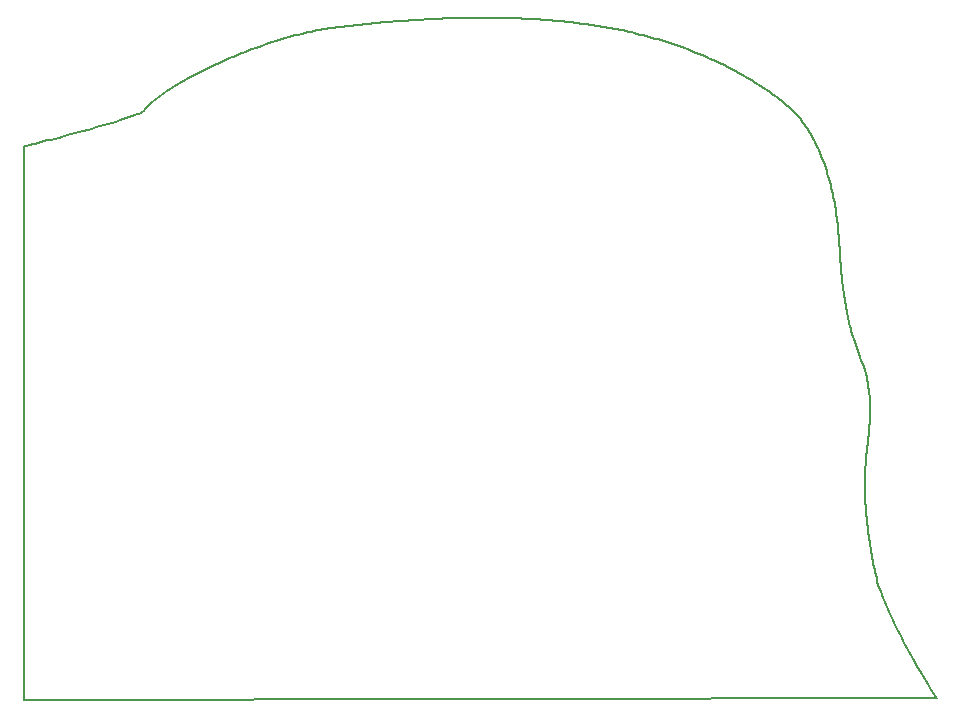
<source format=gbr>
%TF.GenerationSoftware,KiCad,Pcbnew,5.1.6-c6e7f7d~87~ubuntu19.10.1*%
%TF.CreationDate,2020-12-09T03:37:03-08:00*%
%TF.ProjectId,robocrob,726f626f-6372-46f6-922e-6b696361645f,rev?*%
%TF.SameCoordinates,Original*%
%TF.FileFunction,Profile,NP*%
%FSLAX46Y46*%
G04 Gerber Fmt 4.6, Leading zero omitted, Abs format (unit mm)*
G04 Created by KiCad (PCBNEW 5.1.6-c6e7f7d~87~ubuntu19.10.1) date 2020-12-09 03:37:03*
%MOMM*%
%LPD*%
G01*
G04 APERTURE LIST*
%TA.AperFunction,Profile*%
%ADD10C,0.169000*%
%TD*%
G04 APERTURE END LIST*
D10*
%TO.C,svg2mod*%
X14067260Y-23935152D02*
X14084078Y-23931018D01*
X14084078Y-23931018D02*
X14133453Y-23918852D01*
X14133453Y-23918852D02*
X14213768Y-23899001D01*
X14213768Y-23899001D02*
X14323402Y-23871818D01*
X14323402Y-23871818D02*
X14460740Y-23837650D01*
X14460740Y-23837650D02*
X14624161Y-23796849D01*
X14624161Y-23796849D02*
X14812048Y-23749764D01*
X14812048Y-23749764D02*
X15022782Y-23696745D01*
X15022782Y-23696745D02*
X15254745Y-23638141D01*
X15254745Y-23638141D02*
X15506319Y-23574304D01*
X15506319Y-23574304D02*
X15775885Y-23505582D01*
X15775885Y-23505582D02*
X16061826Y-23432326D01*
X16061826Y-23432326D02*
X16362522Y-23354886D01*
X16362522Y-23354886D02*
X16676355Y-23273611D01*
X16676355Y-23273611D02*
X17001707Y-23188851D01*
X17001707Y-23188851D02*
X17336961Y-23100957D01*
X17336961Y-23100957D02*
X17680496Y-23010277D01*
X17680496Y-23010277D02*
X18030696Y-22917163D01*
X18030696Y-22917163D02*
X18385941Y-22821964D01*
X18385941Y-22821964D02*
X18744614Y-22725029D01*
X18744614Y-22725029D02*
X19105096Y-22626709D01*
X19105096Y-22626709D02*
X19465769Y-22527354D01*
X19465769Y-22527354D02*
X19825014Y-22427313D01*
X19825014Y-22427313D02*
X20181214Y-22326937D01*
X20181214Y-22326937D02*
X20532749Y-22226575D01*
X20532749Y-22226575D02*
X20878002Y-22126578D01*
X20878002Y-22126578D02*
X21215353Y-22027294D01*
X21215353Y-22027294D02*
X21543186Y-21929075D01*
X21543186Y-21929075D02*
X21859881Y-21832269D01*
X21859881Y-21832269D02*
X22163821Y-21737228D01*
X22163821Y-21737228D02*
X22453386Y-21644300D01*
X22453386Y-21644300D02*
X22726959Y-21553836D01*
X22726959Y-21553836D02*
X22982921Y-21466185D01*
X22982921Y-21466185D02*
X23219654Y-21381698D01*
X23219654Y-21381698D02*
X23435540Y-21300724D01*
X23435540Y-21300724D02*
X23628959Y-21223613D01*
X23628959Y-21223613D02*
X23798295Y-21150716D01*
X23798295Y-21150716D02*
X23941928Y-21082382D01*
X23941928Y-21082382D02*
X24058241Y-21018960D01*
X24058241Y-21018960D02*
X24145615Y-20960802D01*
X24145615Y-20960802D02*
X24202431Y-20908256D01*
X24202431Y-20908256D02*
X24298695Y-20795900D01*
X24298695Y-20795900D02*
X24403052Y-20681978D01*
X24403052Y-20681978D02*
X24515320Y-20566575D01*
X24515320Y-20566575D02*
X24635318Y-20449774D01*
X24635318Y-20449774D02*
X24762865Y-20331660D01*
X24762865Y-20331660D02*
X24897780Y-20212316D01*
X24897780Y-20212316D02*
X25039883Y-20091825D01*
X25039883Y-20091825D02*
X25188991Y-19970273D01*
X25188991Y-19970273D02*
X25344925Y-19847743D01*
X25344925Y-19847743D02*
X25507504Y-19724319D01*
X25507504Y-19724319D02*
X25676545Y-19600084D01*
X25676545Y-19600084D02*
X25851870Y-19475123D01*
X25851870Y-19475123D02*
X26033295Y-19349519D01*
X26033295Y-19349519D02*
X26220641Y-19223356D01*
X26220641Y-19223356D02*
X26413727Y-19096719D01*
X26413727Y-19096719D02*
X26612371Y-18969690D01*
X26612371Y-18969690D02*
X26816393Y-18842355D01*
X26816393Y-18842355D02*
X27025611Y-18714796D01*
X27025611Y-18714796D02*
X27239845Y-18587098D01*
X27239845Y-18587098D02*
X27458914Y-18459345D01*
X27458914Y-18459345D02*
X27682637Y-18331620D01*
X27682637Y-18331620D02*
X27910832Y-18204008D01*
X27910832Y-18204008D02*
X28143319Y-18076592D01*
X28143319Y-18076592D02*
X28379917Y-17949456D01*
X28379917Y-17949456D02*
X28620445Y-17822684D01*
X28620445Y-17822684D02*
X28864722Y-17696360D01*
X28864722Y-17696360D02*
X29112567Y-17570568D01*
X29112567Y-17570568D02*
X29363799Y-17445391D01*
X29363799Y-17445391D02*
X29618236Y-17320914D01*
X29618236Y-17320914D02*
X29875699Y-17197221D01*
X29875699Y-17197221D02*
X30136007Y-17074395D01*
X30136007Y-17074395D02*
X30398977Y-16952520D01*
X30398977Y-16952520D02*
X30664429Y-16831680D01*
X30664429Y-16831680D02*
X30932183Y-16711960D01*
X30932183Y-16711960D02*
X31202057Y-16593442D01*
X31202057Y-16593442D02*
X31473870Y-16476211D01*
X31473870Y-16476211D02*
X31747442Y-16360351D01*
X31747442Y-16360351D02*
X32022591Y-16245945D01*
X32022591Y-16245945D02*
X32299136Y-16133078D01*
X32299136Y-16133078D02*
X32576897Y-16021833D01*
X32576897Y-16021833D02*
X32855693Y-15912294D01*
X32855693Y-15912294D02*
X33135342Y-15804545D01*
X33135342Y-15804545D02*
X33415663Y-15698671D01*
X33415663Y-15698671D02*
X33696476Y-15594754D01*
X33696476Y-15594754D02*
X33977600Y-15492879D01*
X33977600Y-15492879D02*
X34258854Y-15393129D01*
X34258854Y-15393129D02*
X34540056Y-15295590D01*
X34540056Y-15295590D02*
X34821026Y-15200343D01*
X34821026Y-15200343D02*
X35101582Y-15107474D01*
X35101582Y-15107474D02*
X35381545Y-15017066D01*
X35381545Y-15017066D02*
X35660733Y-14929203D01*
X35660733Y-14929203D02*
X35938964Y-14843969D01*
X35938964Y-14843969D02*
X36216058Y-14761448D01*
X36216058Y-14761448D02*
X36491835Y-14681724D01*
X36491835Y-14681724D02*
X36766112Y-14604880D01*
X36766112Y-14604880D02*
X37038709Y-14531001D01*
X37038709Y-14531001D02*
X37309446Y-14460171D01*
X37309446Y-14460171D02*
X37578140Y-14392472D01*
X37578140Y-14392472D02*
X37844612Y-14327990D01*
X37844612Y-14327990D02*
X38108680Y-14266807D01*
X38108680Y-14266807D02*
X38370164Y-14209009D01*
X38370164Y-14209009D02*
X38628881Y-14154679D01*
X38628881Y-14154679D02*
X38884652Y-14103900D01*
X38884652Y-14103900D02*
X39137295Y-14056757D01*
X39137295Y-14056757D02*
X39386630Y-14013333D01*
X39386630Y-14013333D02*
X39632475Y-13973713D01*
X39632475Y-13973713D02*
X39874649Y-13937980D01*
X39874649Y-13937980D02*
X40112973Y-13906218D01*
X40112973Y-13906218D02*
X40359676Y-13875408D01*
X40359676Y-13875408D02*
X40607248Y-13844980D01*
X40607248Y-13844980D02*
X40855669Y-13814945D01*
X40855669Y-13814945D02*
X41104921Y-13785313D01*
X41104921Y-13785313D02*
X41354984Y-13756095D01*
X41354984Y-13756095D02*
X41605838Y-13727300D01*
X41605838Y-13727300D02*
X41857466Y-13698940D01*
X41857466Y-13698940D02*
X42109847Y-13671024D01*
X42109847Y-13671024D02*
X42362963Y-13643563D01*
X42362963Y-13643563D02*
X42616795Y-13616567D01*
X42616795Y-13616567D02*
X42871322Y-13590047D01*
X42871322Y-13590047D02*
X43126527Y-13564012D01*
X43126527Y-13564012D02*
X43382390Y-13538475D01*
X43382390Y-13538475D02*
X43638891Y-13513443D01*
X43638891Y-13513443D02*
X43896013Y-13488929D01*
X43896013Y-13488929D02*
X44153734Y-13464943D01*
X44153734Y-13464943D02*
X44412038Y-13441494D01*
X44412038Y-13441494D02*
X44670903Y-13418593D01*
X44670903Y-13418593D02*
X44930312Y-13396251D01*
X44930312Y-13396251D02*
X45190244Y-13374477D01*
X45190244Y-13374477D02*
X45450681Y-13353283D01*
X45450681Y-13353283D02*
X45711604Y-13332678D01*
X45711604Y-13332678D02*
X45972994Y-13312674D01*
X45972994Y-13312674D02*
X46234831Y-13293279D01*
X46234831Y-13293279D02*
X46497096Y-13274506D01*
X46497096Y-13274506D02*
X46759770Y-13256363D01*
X46759770Y-13256363D02*
X47022834Y-13238862D01*
X47022834Y-13238862D02*
X47286268Y-13222013D01*
X47286268Y-13222013D02*
X47550055Y-13205825D01*
X47550055Y-13205825D02*
X47814174Y-13190311D01*
X47814174Y-13190311D02*
X48078606Y-13175479D01*
X48078606Y-13175479D02*
X48343333Y-13161340D01*
X48343333Y-13161340D02*
X48608334Y-13147905D01*
X48608334Y-13147905D02*
X48873591Y-13135183D01*
X48873591Y-13135183D02*
X49139086Y-13123186D01*
X49139086Y-13123186D02*
X49404797Y-13111924D01*
X49404797Y-13111924D02*
X49670707Y-13101407D01*
X49670707Y-13101407D02*
X49936797Y-13091645D01*
X49936797Y-13091645D02*
X50203047Y-13082649D01*
X50203047Y-13082649D02*
X50469437Y-13074429D01*
X50469437Y-13074429D02*
X50735950Y-13066995D01*
X50735950Y-13066995D02*
X51002565Y-13060359D01*
X51002565Y-13060359D02*
X51269264Y-13054529D01*
X51269264Y-13054529D02*
X51536027Y-13049517D01*
X51536027Y-13049517D02*
X51802836Y-13045333D01*
X51802836Y-13045333D02*
X52069671Y-13041987D01*
X52069671Y-13041987D02*
X52336512Y-13039490D01*
X52336512Y-13039490D02*
X52603342Y-13037852D01*
X52603342Y-13037852D02*
X52870140Y-13037083D01*
X52870140Y-13037083D02*
X53136888Y-13037194D01*
X53136888Y-13037194D02*
X53403566Y-13038195D01*
X53403566Y-13038195D02*
X53670156Y-13040096D01*
X53670156Y-13040096D02*
X53936637Y-13042909D01*
X53936637Y-13042909D02*
X54202992Y-13046642D01*
X54202992Y-13046642D02*
X54469200Y-13051307D01*
X54469200Y-13051307D02*
X54735243Y-13056914D01*
X54735243Y-13056914D02*
X55001102Y-13063473D01*
X55001102Y-13063473D02*
X55266756Y-13070995D01*
X55266756Y-13070995D02*
X55532189Y-13079490D01*
X55532189Y-13079490D02*
X55797379Y-13088968D01*
X55797379Y-13088968D02*
X56062308Y-13099440D01*
X56062308Y-13099440D02*
X56326957Y-13110915D01*
X56326957Y-13110915D02*
X56591307Y-13123406D01*
X56591307Y-13123406D02*
X56855338Y-13136921D01*
X56855338Y-13136921D02*
X57119031Y-13151471D01*
X57119031Y-13151471D02*
X57382368Y-13167067D01*
X57382368Y-13167067D02*
X57645328Y-13183718D01*
X57645328Y-13183718D02*
X57907894Y-13201436D01*
X57907894Y-13201436D02*
X58170045Y-13220231D01*
X58170045Y-13220231D02*
X58431763Y-13240112D01*
X58431763Y-13240112D02*
X58693029Y-13261091D01*
X58693029Y-13261091D02*
X58953823Y-13283177D01*
X58953823Y-13283177D02*
X59214126Y-13306382D01*
X59214126Y-13306382D02*
X59473919Y-13330715D01*
X59473919Y-13330715D02*
X59733183Y-13356186D01*
X59733183Y-13356186D02*
X59991898Y-13382807D01*
X59991898Y-13382807D02*
X60250046Y-13410587D01*
X60250046Y-13410587D02*
X60507608Y-13439537D01*
X60507608Y-13439537D02*
X60764564Y-13469668D01*
X60764564Y-13469668D02*
X61020895Y-13500989D01*
X61020895Y-13500989D02*
X61276582Y-13533511D01*
X61276582Y-13533511D02*
X61531606Y-13567244D01*
X61531606Y-13567244D02*
X61785948Y-13602199D01*
X61785948Y-13602199D02*
X62039588Y-13638385D01*
X62039588Y-13638385D02*
X62292508Y-13675815D01*
X62292508Y-13675815D02*
X62544687Y-13714497D01*
X62544687Y-13714497D02*
X62796108Y-13754442D01*
X62796108Y-13754442D02*
X63046751Y-13795660D01*
X63046751Y-13795660D02*
X63296597Y-13838163D01*
X63296597Y-13838163D02*
X63545627Y-13881960D01*
X63545627Y-13881960D02*
X63793821Y-13927061D01*
X63793821Y-13927061D02*
X64041160Y-13973477D01*
X64041160Y-13973477D02*
X64287626Y-14021218D01*
X64287626Y-14021218D02*
X64533199Y-14070295D01*
X64533199Y-14070295D02*
X64777859Y-14120718D01*
X64777859Y-14120718D02*
X65021589Y-14172498D01*
X65021589Y-14172498D02*
X65264368Y-14225644D01*
X65264368Y-14225644D02*
X65514044Y-14282040D01*
X65514044Y-14282040D02*
X65763906Y-14340329D01*
X65763906Y-14340329D02*
X66013914Y-14400510D01*
X66013914Y-14400510D02*
X66264030Y-14462580D01*
X66264030Y-14462580D02*
X66514213Y-14526537D01*
X66514213Y-14526537D02*
X66764425Y-14592381D01*
X66764425Y-14592381D02*
X67014626Y-14660108D01*
X67014626Y-14660108D02*
X67264777Y-14729718D01*
X67264777Y-14729718D02*
X67514838Y-14801207D01*
X67514838Y-14801207D02*
X67764770Y-14874575D01*
X67764770Y-14874575D02*
X68014534Y-14949819D01*
X68014534Y-14949819D02*
X68264090Y-15026937D01*
X68264090Y-15026937D02*
X68513400Y-15105928D01*
X68513400Y-15105928D02*
X68762423Y-15186790D01*
X68762423Y-15186790D02*
X69011120Y-15269521D01*
X69011120Y-15269521D02*
X69259453Y-15354118D01*
X69259453Y-15354118D02*
X69507381Y-15440581D01*
X69507381Y-15440581D02*
X69754866Y-15528907D01*
X69754866Y-15528907D02*
X70001867Y-15619094D01*
X70001867Y-15619094D02*
X70248347Y-15711140D01*
X70248347Y-15711140D02*
X70494264Y-15805044D01*
X70494264Y-15805044D02*
X70739581Y-15900804D01*
X70739581Y-15900804D02*
X70984257Y-15998417D01*
X70984257Y-15998417D02*
X71228254Y-16097883D01*
X71228254Y-16097883D02*
X71471531Y-16199198D01*
X71471531Y-16199198D02*
X71714051Y-16302362D01*
X71714051Y-16302362D02*
X71955772Y-16407372D01*
X71955772Y-16407372D02*
X72196656Y-16514226D01*
X72196656Y-16514226D02*
X72436664Y-16622923D01*
X72436664Y-16622923D02*
X72675756Y-16733460D01*
X72675756Y-16733460D02*
X72913893Y-16845836D01*
X72913893Y-16845836D02*
X73151036Y-16960049D01*
X73151036Y-16960049D02*
X73387145Y-17076097D01*
X73387145Y-17076097D02*
X73622181Y-17193978D01*
X73622181Y-17193978D02*
X73856104Y-17313690D01*
X73856104Y-17313690D02*
X74088876Y-17435231D01*
X74088876Y-17435231D02*
X74320456Y-17558600D01*
X74320456Y-17558600D02*
X74550806Y-17683795D01*
X74550806Y-17683795D02*
X74779886Y-17810813D01*
X74779886Y-17810813D02*
X75007656Y-17939653D01*
X75007656Y-17939653D02*
X75234079Y-18070313D01*
X75234079Y-18070313D02*
X75459113Y-18202792D01*
X75459113Y-18202792D02*
X75682720Y-18337086D01*
X75682720Y-18337086D02*
X75904861Y-18473194D01*
X75904861Y-18473194D02*
X76125496Y-18611115D01*
X76125496Y-18611115D02*
X76344585Y-18750847D01*
X76344585Y-18750847D02*
X76562090Y-18892387D01*
X76562090Y-18892387D02*
X76777972Y-19035734D01*
X76777972Y-19035734D02*
X76992189Y-19180886D01*
X76992189Y-19180886D02*
X77204705Y-19327840D01*
X77204705Y-19327840D02*
X77415478Y-19476596D01*
X77415478Y-19476596D02*
X77624470Y-19627152D01*
X77624470Y-19627152D02*
X77831641Y-19779504D01*
X77831641Y-19779504D02*
X78036952Y-19933652D01*
X78036952Y-19933652D02*
X78240365Y-20089594D01*
X78240365Y-20089594D02*
X78441838Y-20247327D01*
X78441838Y-20247327D02*
X78632654Y-20403329D01*
X78632654Y-20403329D02*
X78818545Y-20565329D01*
X78818545Y-20565329D02*
X78999567Y-20733127D01*
X78999567Y-20733127D02*
X79175776Y-20906524D01*
X79175776Y-20906524D02*
X79347229Y-21085320D01*
X79347229Y-21085320D02*
X79513981Y-21269316D01*
X79513981Y-21269316D02*
X79676089Y-21458312D01*
X79676089Y-21458312D02*
X79833608Y-21652109D01*
X79833608Y-21652109D02*
X79986596Y-21850507D01*
X79986596Y-21850507D02*
X80135108Y-22053307D01*
X80135108Y-22053307D02*
X80279200Y-22260310D01*
X80279200Y-22260310D02*
X80418929Y-22471315D01*
X80418929Y-22471315D02*
X80554350Y-22686124D01*
X80554350Y-22686124D02*
X80685520Y-22904537D01*
X80685520Y-22904537D02*
X80812495Y-23126354D01*
X80812495Y-23126354D02*
X80935331Y-23351377D01*
X80935331Y-23351377D02*
X81054085Y-23579405D01*
X81054085Y-23579405D02*
X81168811Y-23810238D01*
X81168811Y-23810238D02*
X81279568Y-24043679D01*
X81279568Y-24043679D02*
X81386410Y-24279526D01*
X81386410Y-24279526D02*
X81489394Y-24517581D01*
X81489394Y-24517581D02*
X81588576Y-24757645D01*
X81588576Y-24757645D02*
X81684012Y-24999517D01*
X81684012Y-24999517D02*
X81775759Y-25242998D01*
X81775759Y-25242998D02*
X81863872Y-25487888D01*
X81863872Y-25487888D02*
X81948407Y-25733989D01*
X81948407Y-25733989D02*
X82029422Y-25981101D01*
X82029422Y-25981101D02*
X82106971Y-26229024D01*
X82106971Y-26229024D02*
X82181112Y-26477559D01*
X82181112Y-26477559D02*
X82251900Y-26726506D01*
X82251900Y-26726506D02*
X82319391Y-26975665D01*
X82319391Y-26975665D02*
X82383642Y-27224839D01*
X82383642Y-27224839D02*
X82444709Y-27473826D01*
X82444709Y-27473826D02*
X82502648Y-27722427D01*
X82502648Y-27722427D02*
X82557514Y-27970443D01*
X82557514Y-27970443D02*
X82609365Y-28217675D01*
X82609365Y-28217675D02*
X82658256Y-28463923D01*
X82658256Y-28463923D02*
X82704244Y-28708987D01*
X82704244Y-28708987D02*
X82747385Y-28952668D01*
X82747385Y-28952668D02*
X82789390Y-29207336D01*
X82789390Y-29207336D02*
X82828206Y-29462854D01*
X82828206Y-29462854D02*
X82864062Y-29719154D01*
X82864062Y-29719154D02*
X82897188Y-29976171D01*
X82897188Y-29976171D02*
X82927813Y-30233837D01*
X82927813Y-30233837D02*
X82956167Y-30492085D01*
X82956167Y-30492085D02*
X82982480Y-30750847D01*
X82982480Y-30750847D02*
X83006981Y-31010057D01*
X83006981Y-31010057D02*
X83029900Y-31269649D01*
X83029900Y-31269649D02*
X83051466Y-31529554D01*
X83051466Y-31529554D02*
X83071910Y-31789706D01*
X83071910Y-31789706D02*
X83091460Y-32050037D01*
X83091460Y-32050037D02*
X83110347Y-32310481D01*
X83110347Y-32310481D02*
X83128800Y-32570971D01*
X83128800Y-32570971D02*
X83147049Y-32831440D01*
X83147049Y-32831440D02*
X83165323Y-33091820D01*
X83165323Y-33091820D02*
X83183852Y-33352044D01*
X83183852Y-33352044D02*
X83202865Y-33612046D01*
X83202865Y-33612046D02*
X83222593Y-33871759D01*
X83222593Y-33871759D02*
X83243265Y-34131115D01*
X83243265Y-34131115D02*
X83265110Y-34390048D01*
X83265110Y-34390048D02*
X83288359Y-34648490D01*
X83288359Y-34648490D02*
X83313240Y-34906374D01*
X83313240Y-34906374D02*
X83339983Y-35163633D01*
X83339983Y-35163633D02*
X83368819Y-35420201D01*
X83368819Y-35420201D02*
X83407067Y-35742239D01*
X83407067Y-35742239D02*
X83444827Y-36049271D01*
X83444827Y-36049271D02*
X83482355Y-36342398D01*
X83482355Y-36342398D02*
X83519907Y-36622722D01*
X83519907Y-36622722D02*
X83557741Y-36891342D01*
X83557741Y-36891342D02*
X83596112Y-37149360D01*
X83596112Y-37149360D02*
X83635276Y-37397876D01*
X83635276Y-37397876D02*
X83675490Y-37637991D01*
X83675490Y-37637991D02*
X83717011Y-37870806D01*
X83717011Y-37870806D02*
X83760094Y-38097420D01*
X83760094Y-38097420D02*
X83804997Y-38318935D01*
X83804997Y-38318935D02*
X83851974Y-38536452D01*
X83851974Y-38536452D02*
X83901283Y-38751071D01*
X83901283Y-38751071D02*
X83953181Y-38963893D01*
X83953181Y-38963893D02*
X84007922Y-39176018D01*
X84007922Y-39176018D02*
X84065764Y-39388547D01*
X84065764Y-39388547D02*
X84126963Y-39602582D01*
X84126963Y-39602582D02*
X84191776Y-39819221D01*
X84191776Y-39819221D02*
X84260458Y-40039568D01*
X84260458Y-40039568D02*
X84333267Y-40264720D01*
X84333267Y-40264720D02*
X84410457Y-40495781D01*
X84410457Y-40495781D02*
X84492287Y-40733850D01*
X84492287Y-40733850D02*
X84579011Y-40980027D01*
X84579011Y-40980027D02*
X84670887Y-41235414D01*
X84670887Y-41235414D02*
X84768170Y-41501112D01*
X84768170Y-41501112D02*
X84871118Y-41778220D01*
X84871118Y-41778220D02*
X84979986Y-42067840D01*
X84979986Y-42067840D02*
X85095031Y-42371072D01*
X85095031Y-42371072D02*
X85190332Y-42635808D01*
X85190332Y-42635808D02*
X85276094Y-42903598D01*
X85276094Y-42903598D02*
X85352706Y-43174104D01*
X85352706Y-43174104D02*
X85420557Y-43446991D01*
X85420557Y-43446991D02*
X85480035Y-43721923D01*
X85480035Y-43721923D02*
X85531532Y-43998565D01*
X85531532Y-43998565D02*
X85575435Y-44276581D01*
X85575435Y-44276581D02*
X85612134Y-44555634D01*
X85612134Y-44555634D02*
X85642018Y-44835390D01*
X85642018Y-44835390D02*
X85665477Y-45115511D01*
X85665477Y-45115511D02*
X85682899Y-45395663D01*
X85682899Y-45395663D02*
X85694674Y-45675510D01*
X85694674Y-45675510D02*
X85701192Y-45954715D01*
X85701192Y-45954715D02*
X85702841Y-46232943D01*
X85702841Y-46232943D02*
X85700010Y-46509859D01*
X85700010Y-46509859D02*
X85693090Y-46785125D01*
X85693090Y-46785125D02*
X85682468Y-47058407D01*
X85682468Y-47058407D02*
X85668535Y-47329369D01*
X85668535Y-47329369D02*
X85651680Y-47597675D01*
X85651680Y-47597675D02*
X85632292Y-47862988D01*
X85632292Y-47862988D02*
X85610759Y-48124974D01*
X85610759Y-48124974D02*
X85587472Y-48383296D01*
X85587472Y-48383296D02*
X85562820Y-48637619D01*
X85562820Y-48637619D02*
X85537191Y-48887606D01*
X85537191Y-48887606D02*
X85510976Y-49132923D01*
X85510976Y-49132923D02*
X85484563Y-49373232D01*
X85484563Y-49373232D02*
X85458341Y-49608199D01*
X85458341Y-49608199D02*
X85432700Y-49837487D01*
X85432700Y-49837487D02*
X85408030Y-50060761D01*
X85408030Y-50060761D02*
X85384718Y-50277685D01*
X85384718Y-50277685D02*
X85363156Y-50487922D01*
X85363156Y-50487922D02*
X85343731Y-50691138D01*
X85343731Y-50691138D02*
X85326833Y-50886996D01*
X85326833Y-50886996D02*
X85312851Y-51075161D01*
X85312851Y-51075161D02*
X85302175Y-51255297D01*
X85302175Y-51255297D02*
X85290705Y-51509322D01*
X85290705Y-51509322D02*
X85281891Y-51764225D01*
X85281891Y-51764225D02*
X85275690Y-52019941D01*
X85275690Y-52019941D02*
X85272059Y-52276407D01*
X85272059Y-52276407D02*
X85270956Y-52533561D01*
X85270956Y-52533561D02*
X85272337Y-52791339D01*
X85272337Y-52791339D02*
X85276159Y-53049679D01*
X85276159Y-53049679D02*
X85282379Y-53308516D01*
X85282379Y-53308516D02*
X85290955Y-53567788D01*
X85290955Y-53567788D02*
X85301843Y-53827432D01*
X85301843Y-53827432D02*
X85315000Y-54087384D01*
X85315000Y-54087384D02*
X85330384Y-54347581D01*
X85330384Y-54347581D02*
X85347951Y-54607961D01*
X85347951Y-54607961D02*
X85367658Y-54868460D01*
X85367658Y-54868460D02*
X85389462Y-55129014D01*
X85389462Y-55129014D02*
X85413321Y-55389562D01*
X85413321Y-55389562D02*
X85439192Y-55650039D01*
X85439192Y-55650039D02*
X85467030Y-55910382D01*
X85467030Y-55910382D02*
X85496795Y-56170529D01*
X85496795Y-56170529D02*
X85528441Y-56430416D01*
X85528441Y-56430416D02*
X85561927Y-56689980D01*
X85561927Y-56689980D02*
X85597210Y-56949158D01*
X85597210Y-56949158D02*
X85634246Y-57207887D01*
X85634246Y-57207887D02*
X85672992Y-57466103D01*
X85672992Y-57466103D02*
X85713406Y-57723744D01*
X85713406Y-57723744D02*
X85755444Y-57980745D01*
X85755444Y-57980745D02*
X85799064Y-58237046D01*
X85799064Y-58237046D02*
X85844223Y-58492581D01*
X85844223Y-58492581D02*
X85890877Y-58747288D01*
X85890877Y-58747288D02*
X85938984Y-59001103D01*
X85938984Y-59001103D02*
X85988500Y-59253964D01*
X85988500Y-59253964D02*
X86039383Y-59505808D01*
X86039383Y-59505808D02*
X86091589Y-59756571D01*
X86091589Y-59756571D02*
X86145076Y-60006190D01*
X86145076Y-60006190D02*
X86199801Y-60254601D01*
X86199801Y-60254601D02*
X86261083Y-60510533D01*
X86261083Y-60510533D02*
X86332130Y-60774282D01*
X86332130Y-60774282D02*
X86412431Y-61045223D01*
X86412431Y-61045223D02*
X86501473Y-61322735D01*
X86501473Y-61322735D02*
X86598743Y-61606192D01*
X86598743Y-61606192D02*
X86703729Y-61894970D01*
X86703729Y-61894970D02*
X86815919Y-62188447D01*
X86815919Y-62188447D02*
X86934801Y-62485997D01*
X86934801Y-62485997D02*
X87059861Y-62786998D01*
X87059861Y-62786998D02*
X87190589Y-63090825D01*
X87190589Y-63090825D02*
X87326471Y-63396854D01*
X87326471Y-63396854D02*
X87466996Y-63704461D01*
X87466996Y-63704461D02*
X87611650Y-64013024D01*
X87611650Y-64013024D02*
X87759922Y-64321917D01*
X87759922Y-64321917D02*
X87911299Y-64630517D01*
X87911299Y-64630517D02*
X88065269Y-64938201D01*
X88065269Y-64938201D02*
X88221320Y-65244343D01*
X88221320Y-65244343D02*
X88378939Y-65548321D01*
X88378939Y-65548321D02*
X88537614Y-65849510D01*
X88537614Y-65849510D02*
X88696832Y-66147287D01*
X88696832Y-66147287D02*
X88856082Y-66441028D01*
X88856082Y-66441028D02*
X89014851Y-66730108D01*
X89014851Y-66730108D02*
X89172626Y-67013905D01*
X89172626Y-67013905D02*
X89328896Y-67291794D01*
X89328896Y-67291794D02*
X89483148Y-67563151D01*
X89483148Y-67563151D02*
X89634869Y-67827353D01*
X89634869Y-67827353D02*
X89783548Y-68083775D01*
X89783548Y-68083775D02*
X89928672Y-68331794D01*
X89928672Y-68331794D02*
X90069728Y-68570786D01*
X90069728Y-68570786D02*
X90206205Y-68800126D01*
X90206205Y-68800126D02*
X90337590Y-69019192D01*
X90337590Y-69019192D02*
X90463370Y-69227360D01*
X90463370Y-69227360D02*
X90583034Y-69424004D01*
X90583034Y-69424004D02*
X90696069Y-69608503D01*
X90696069Y-69608503D02*
X90801963Y-69780230D01*
X90801963Y-69780230D02*
X90900203Y-69938564D01*
X90900203Y-69938564D02*
X90990277Y-70082880D01*
X90990277Y-70082880D02*
X91071673Y-70212554D01*
X91071673Y-70212554D02*
X91143878Y-70326962D01*
X91143878Y-70326962D02*
X91206380Y-70425480D01*
X91206380Y-70425480D02*
X91258668Y-70507485D01*
X91258668Y-70507485D02*
X91300227Y-70572353D01*
X91300227Y-70572353D02*
X91330547Y-70619459D01*
X91330547Y-70619459D02*
X91349115Y-70648181D01*
X91349115Y-70648181D02*
X91355418Y-70657893D01*
X91355418Y-70657893D02*
X14067260Y-70795987D01*
X14067260Y-70795987D02*
X14067260Y-23935152D01*
%TD*%
M02*

</source>
